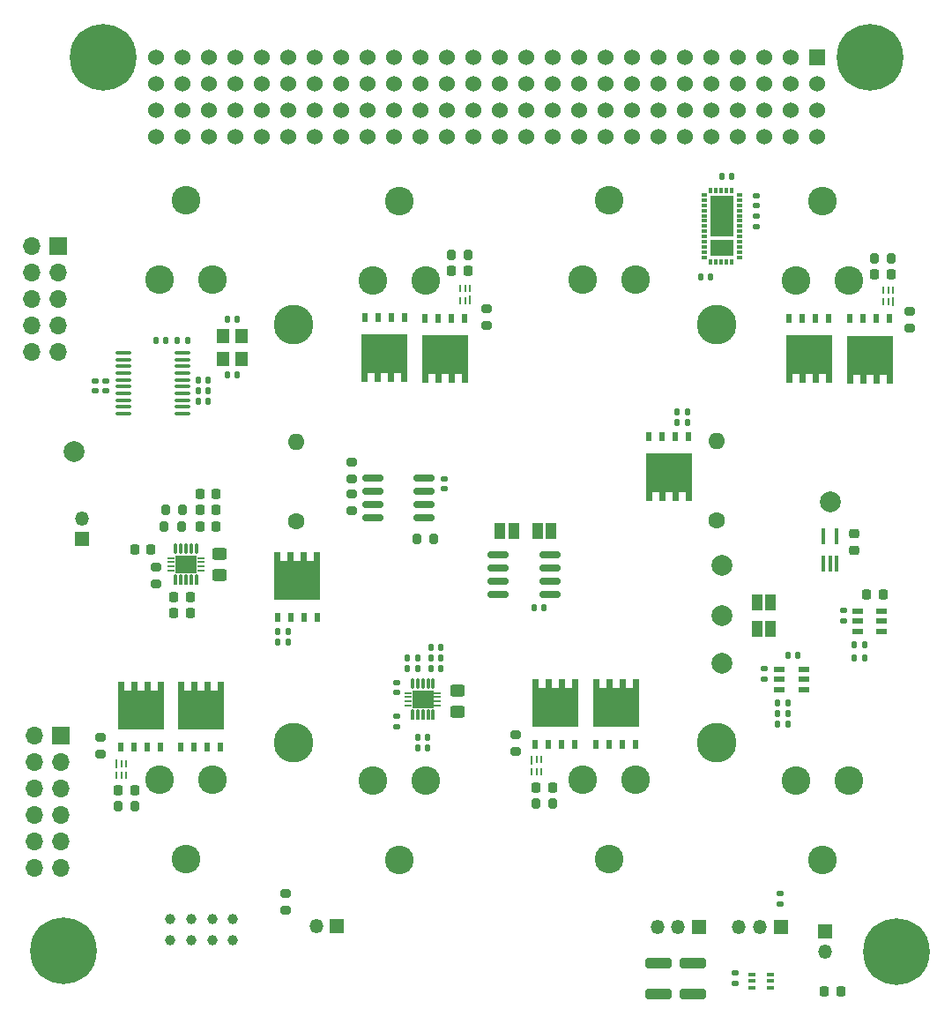
<source format=gbs>
G04 #@! TF.GenerationSoftware,KiCad,Pcbnew,(6.0.7)*
G04 #@! TF.CreationDate,2023-05-04T15:31:31-04:00*
G04 #@! TF.ProjectId,battery_board_v2,62617474-6572-4795-9f62-6f6172645f76,rev?*
G04 #@! TF.SameCoordinates,Original*
G04 #@! TF.FileFunction,Soldermask,Bot*
G04 #@! TF.FilePolarity,Negative*
%FSLAX46Y46*%
G04 Gerber Fmt 4.6, Leading zero omitted, Abs format (unit mm)*
G04 Created by KiCad (PCBNEW (6.0.7)) date 2023-05-04 15:31:31*
%MOMM*%
%LPD*%
G01*
G04 APERTURE LIST*
G04 Aperture macros list*
%AMRoundRect*
0 Rectangle with rounded corners*
0 $1 Rounding radius*
0 $2 $3 $4 $5 $6 $7 $8 $9 X,Y pos of 4 corners*
0 Add a 4 corners polygon primitive as box body*
4,1,4,$2,$3,$4,$5,$6,$7,$8,$9,$2,$3,0*
0 Add four circle primitives for the rounded corners*
1,1,$1+$1,$2,$3*
1,1,$1+$1,$4,$5*
1,1,$1+$1,$6,$7*
1,1,$1+$1,$8,$9*
0 Add four rect primitives between the rounded corners*
20,1,$1+$1,$2,$3,$4,$5,0*
20,1,$1+$1,$4,$5,$6,$7,0*
20,1,$1+$1,$6,$7,$8,$9,0*
20,1,$1+$1,$8,$9,$2,$3,0*%
%AMFreePoly0*
4,1,17,2.675000,1.605000,1.875000,1.605000,1.875000,0.935000,2.675000,0.935000,2.675000,0.335000,1.875000,0.335000,1.875000,-0.335000,2.675000,-0.335000,2.675000,-0.935000,1.875000,-0.935000,1.875000,-1.605000,2.675000,-1.605000,2.675000,-2.205000,-1.875000,-2.205000,-1.875000,2.205000,2.675000,2.205000,2.675000,1.605000,2.675000,1.605000,$1*%
G04 Aperture macros list end*
%ADD10C,1.524000*%
%ADD11R,1.524000X1.524000*%
%ADD12R,1.350000X1.350000*%
%ADD13O,1.350000X1.350000*%
%ADD14C,3.800000*%
%ADD15C,3.600000*%
%ADD16C,6.400000*%
%ADD17C,1.600000*%
%ADD18O,1.600000X1.600000*%
%ADD19R,1.700000X1.700000*%
%ADD20O,1.700000X1.700000*%
%ADD21C,2.745000*%
%ADD22C,1.000000*%
%ADD23RoundRect,0.225000X0.225000X0.250000X-0.225000X0.250000X-0.225000X-0.250000X0.225000X-0.250000X0*%
%ADD24RoundRect,0.200000X0.275000X-0.200000X0.275000X0.200000X-0.275000X0.200000X-0.275000X-0.200000X0*%
%ADD25R,1.200000X1.400000*%
%ADD26R,1.000000X1.500000*%
%ADD27O,0.420000X0.990000*%
%ADD28RoundRect,0.070000X0.140000X-0.140000X0.140000X0.140000X-0.140000X0.140000X-0.140000X-0.140000X0*%
%ADD29R,0.700000X0.250000*%
%ADD30R,0.600000X0.230000*%
%ADD31R,0.900000X0.650000*%
%ADD32C,0.600000*%
%ADD33R,2.150000X1.700000*%
%ADD34RoundRect,0.225000X-0.225000X-0.250000X0.225000X-0.250000X0.225000X0.250000X-0.225000X0.250000X0*%
%ADD35RoundRect,0.135000X-0.135000X-0.185000X0.135000X-0.185000X0.135000X0.185000X-0.135000X0.185000X0*%
%ADD36RoundRect,0.150000X-0.825000X-0.150000X0.825000X-0.150000X0.825000X0.150000X-0.825000X0.150000X0*%
%ADD37FreePoly0,90.000000*%
%ADD38R,0.500000X0.850000*%
%ADD39RoundRect,0.225000X0.250000X-0.225000X0.250000X0.225000X-0.250000X0.225000X-0.250000X-0.225000X0*%
%ADD40RoundRect,0.135000X-0.185000X0.135000X-0.185000X-0.135000X0.185000X-0.135000X0.185000X0.135000X0*%
%ADD41RoundRect,0.135000X0.135000X0.185000X-0.135000X0.185000X-0.135000X-0.185000X0.135000X-0.185000X0*%
%ADD42R,0.280000X0.850000*%
%ADD43R,0.280000X0.750000*%
%ADD44RoundRect,0.200000X-0.200000X-0.275000X0.200000X-0.275000X0.200000X0.275000X-0.200000X0.275000X0*%
%ADD45RoundRect,0.218750X0.218750X0.256250X-0.218750X0.256250X-0.218750X-0.256250X0.218750X-0.256250X0*%
%ADD46FreePoly0,270.000000*%
%ADD47RoundRect,0.200000X-0.275000X0.200000X-0.275000X-0.200000X0.275000X-0.200000X0.275000X0.200000X0*%
%ADD48RoundRect,0.140000X0.170000X-0.140000X0.170000X0.140000X-0.170000X0.140000X-0.170000X-0.140000X0*%
%ADD49RoundRect,0.250000X0.450000X-0.325000X0.450000X0.325000X-0.450000X0.325000X-0.450000X-0.325000X0*%
%ADD50RoundRect,0.140000X-0.140000X-0.170000X0.140000X-0.170000X0.140000X0.170000X-0.140000X0.170000X0*%
%ADD51RoundRect,0.135000X0.185000X-0.135000X0.185000X0.135000X-0.185000X0.135000X-0.185000X-0.135000X0*%
%ADD52C,2.000000*%
%ADD53R,0.400000X1.500000*%
%ADD54RoundRect,0.147500X-0.147500X-0.172500X0.147500X-0.172500X0.147500X0.172500X-0.147500X0.172500X0*%
%ADD55RoundRect,0.039900X0.455100X0.245100X-0.455100X0.245100X-0.455100X-0.245100X0.455100X-0.245100X0*%
%ADD56RoundRect,0.039900X-0.455100X-0.245100X0.455100X-0.245100X0.455100X0.245100X-0.455100X0.245100X0*%
%ADD57RoundRect,0.140000X0.140000X0.170000X-0.140000X0.170000X-0.140000X-0.170000X0.140000X-0.170000X0*%
%ADD58RoundRect,0.200000X0.200000X0.275000X-0.200000X0.275000X-0.200000X-0.275000X0.200000X-0.275000X0*%
%ADD59RoundRect,0.140000X-0.170000X0.140000X-0.170000X-0.140000X0.170000X-0.140000X0.170000X0.140000X0*%
%ADD60RoundRect,0.229494X-1.020506X0.269406X-1.020506X-0.269406X1.020506X-0.269406X1.020506X0.269406X0*%
%ADD61R,0.660000X0.300000*%
%ADD62RoundRect,0.100000X0.637500X0.100000X-0.637500X0.100000X-0.637500X-0.100000X0.637500X-0.100000X0*%
%ADD63RoundRect,0.009000X-0.244700X-0.141000X0.244700X-0.141000X0.244700X0.141000X-0.244700X0.141000X0*%
%ADD64RoundRect,0.009000X0.141000X-0.244700X0.141000X0.244700X-0.141000X0.244700X-0.141000X-0.244700X0*%
%ADD65RoundRect,0.050000X1.075000X-1.868000X1.075000X1.868000X-1.075000X1.868000X-1.075000X-1.868000X0*%
%ADD66RoundRect,0.050000X1.075000X-0.707000X1.075000X0.707000X-1.075000X0.707000X-1.075000X-0.707000X0*%
G04 APERTURE END LIST*
D10*
X123190000Y-59690000D03*
X123190000Y-57150000D03*
X125730000Y-59690000D03*
X125730000Y-57150000D03*
X128270000Y-59690000D03*
X128270000Y-57150000D03*
X130810000Y-59690000D03*
X130810000Y-57150000D03*
X133350000Y-59690000D03*
X133350000Y-57150000D03*
X135890000Y-59690000D03*
X135890000Y-57150000D03*
X138430000Y-59690000D03*
X138430000Y-57150000D03*
X140970000Y-59690000D03*
X140970000Y-57150000D03*
X143510000Y-59690000D03*
X143510000Y-57150000D03*
X146050000Y-59690000D03*
X146050000Y-57150000D03*
X148590000Y-59690000D03*
X148590000Y-57150000D03*
X151130000Y-59690000D03*
X151130000Y-57150000D03*
X153670000Y-59690000D03*
X153670000Y-57150000D03*
X156210000Y-59690000D03*
X156210000Y-57150000D03*
X158750000Y-59690000D03*
X158750000Y-57150000D03*
X161290000Y-59690000D03*
X161290000Y-57150000D03*
X163830000Y-59690000D03*
X163830000Y-57150000D03*
X166370000Y-59690000D03*
X166370000Y-57150000D03*
X168910000Y-59690000D03*
X168910000Y-57150000D03*
X171450000Y-59690000D03*
X171450000Y-57150000D03*
X173990000Y-59690000D03*
X173990000Y-57150000D03*
X176530000Y-59690000D03*
X176530000Y-57150000D03*
X179070000Y-59690000D03*
X179070000Y-57150000D03*
X181610000Y-59690000D03*
X181610000Y-57150000D03*
X184150000Y-59690000D03*
X184150000Y-57150000D03*
X186690000Y-59690000D03*
X186690000Y-57150000D03*
X123190000Y-54610000D03*
X123190000Y-52070000D03*
X125730000Y-54610000D03*
X125730000Y-52070000D03*
X128270000Y-54610000D03*
X128270000Y-52070000D03*
X130810000Y-54610000D03*
X130810000Y-52070000D03*
X133350000Y-54610000D03*
X133350000Y-52070000D03*
X135890000Y-54610000D03*
X135890000Y-52070000D03*
X138430000Y-54610000D03*
X138430000Y-52070000D03*
X140970000Y-54610000D03*
X140970000Y-52070000D03*
X143510000Y-54610000D03*
X143510000Y-52070000D03*
X146050000Y-54610000D03*
X146050000Y-52070000D03*
X148590000Y-54610000D03*
X148590000Y-52070000D03*
X151130000Y-54610000D03*
X151130000Y-52070000D03*
X153670000Y-54610000D03*
X153670000Y-52070000D03*
X156210000Y-54610000D03*
X156210000Y-52070000D03*
X158750000Y-54610000D03*
X158750000Y-52070000D03*
X161290000Y-54610000D03*
X161290000Y-52070000D03*
X163830000Y-54610000D03*
X163830000Y-52070000D03*
X166370000Y-54610000D03*
X166370000Y-52070000D03*
X168910000Y-54610000D03*
X168910000Y-52070000D03*
X171450000Y-54610000D03*
X171450000Y-52070000D03*
X173990000Y-54610000D03*
X173990000Y-52070000D03*
X176530000Y-54610000D03*
X176530000Y-52070000D03*
X179070000Y-54610000D03*
X179070000Y-52070000D03*
X181610000Y-54610000D03*
X181610000Y-52070000D03*
X184150000Y-54610000D03*
X184150000Y-52070000D03*
X186690000Y-54610000D03*
D11*
X186690000Y-52070000D03*
D12*
X187452000Y-135906000D03*
D13*
X187452000Y-137906000D03*
D12*
X183225000Y-135475000D03*
D13*
X181225000Y-135475000D03*
X179225000Y-135475000D03*
D14*
X177038000Y-77724000D03*
D15*
X194310000Y-137922000D03*
D16*
X194310000Y-137922000D03*
D17*
X177038000Y-96520000D03*
D18*
X177038000Y-88900000D03*
D16*
X114300000Y-137795000D03*
D15*
X114300000Y-137795000D03*
D12*
X116078000Y-98298000D03*
D13*
X116078000Y-96298000D03*
D12*
X175375000Y-135525000D03*
D13*
X173375000Y-135525000D03*
X171375000Y-135525000D03*
D19*
X114066000Y-117119000D03*
D20*
X111526000Y-117119000D03*
X114066000Y-119659000D03*
X111526000Y-119659000D03*
X114066000Y-122199000D03*
X111526000Y-122199000D03*
X114066000Y-124739000D03*
X111526000Y-124739000D03*
X114066000Y-127279000D03*
X111526000Y-127279000D03*
X114066000Y-129819000D03*
X111526000Y-129819000D03*
D15*
X118110000Y-52070000D03*
D16*
X118110000Y-52070000D03*
D14*
X136398000Y-117856000D03*
D21*
X164211000Y-73406000D03*
X169291000Y-73406000D03*
X166751000Y-65786000D03*
X166751000Y-129032000D03*
X169291000Y-121406000D03*
X164211000Y-121406000D03*
D22*
X130618000Y-134748000D03*
X128618000Y-134748000D03*
X126618000Y-134748000D03*
X124618000Y-134748000D03*
X130618000Y-136748000D03*
X128618000Y-136748000D03*
X126618000Y-136748000D03*
X124618000Y-136748000D03*
D21*
X184658000Y-121444000D03*
X187198000Y-129064000D03*
X189738000Y-121444000D03*
X184658000Y-73444000D03*
X189738000Y-73444000D03*
X187198000Y-65818000D03*
D12*
X140600000Y-135450000D03*
D13*
X138600000Y-135450000D03*
D17*
X136652000Y-96577000D03*
D18*
X136652000Y-88957000D03*
D14*
X136398000Y-77724000D03*
D21*
X144018000Y-121444000D03*
X149098000Y-121444000D03*
X146558000Y-129064000D03*
X149098000Y-73444000D03*
X144018000Y-73444000D03*
X146558000Y-65818000D03*
D14*
X177038000Y-117856000D03*
D21*
X123571000Y-73406000D03*
X128651000Y-73406000D03*
X126111000Y-65786000D03*
X123571000Y-121406000D03*
X128651000Y-121406000D03*
X126111000Y-129032000D03*
D15*
X191770000Y-52070000D03*
D16*
X191770000Y-52070000D03*
D19*
X113812000Y-70134000D03*
D20*
X111272000Y-70134000D03*
X113812000Y-72674000D03*
X111272000Y-72674000D03*
X113812000Y-75214000D03*
X111272000Y-75214000D03*
X113812000Y-77754000D03*
X111272000Y-77754000D03*
X113812000Y-80294000D03*
X111272000Y-80294000D03*
D23*
X161303000Y-122174000D03*
X159753000Y-122174000D03*
D24*
X141986000Y-92519000D03*
X141986000Y-90869000D03*
D25*
X131406000Y-78826000D03*
X131406000Y-81026000D03*
X129706000Y-81026000D03*
X129706000Y-78826000D03*
D26*
X156270000Y-97536000D03*
X157570000Y-97536000D03*
D27*
X149850000Y-115125000D03*
D28*
X149850000Y-115410000D03*
X149350000Y-115410000D03*
D27*
X149350000Y-115125000D03*
X148850000Y-115125000D03*
D28*
X148850000Y-115410000D03*
X148350000Y-115410000D03*
D27*
X148350000Y-115125000D03*
D28*
X147850000Y-115410000D03*
D27*
X147850000Y-115125000D03*
D28*
X147850000Y-111890000D03*
D27*
X147850000Y-112175000D03*
D28*
X148350000Y-111890000D03*
D27*
X148350000Y-112175000D03*
D28*
X148850000Y-111890000D03*
D27*
X148850000Y-112175000D03*
X149350000Y-112175000D03*
D28*
X149350000Y-111890000D03*
X149850000Y-111890000D03*
D27*
X149850000Y-112175000D03*
D29*
X147425000Y-113850000D03*
D30*
X150275000Y-113050000D03*
D31*
X149410000Y-113215000D03*
D30*
X147425000Y-113050000D03*
X147425000Y-114250000D03*
X147425000Y-113450000D03*
D32*
X149350000Y-113150000D03*
D29*
X147425000Y-114250000D03*
D31*
X149410000Y-114085000D03*
D29*
X150275000Y-114250000D03*
X150275000Y-113850000D03*
D32*
X148850000Y-113650000D03*
X148350000Y-114150000D03*
D29*
X150275000Y-113050000D03*
D30*
X150275000Y-113850000D03*
D29*
X147425000Y-113050000D03*
D32*
X148350000Y-113150000D03*
D30*
X147425000Y-113850000D03*
X150275000Y-114250000D03*
D33*
X148850000Y-113650000D03*
D32*
X149350000Y-114150000D03*
D31*
X148290000Y-114085000D03*
D29*
X147425000Y-113450000D03*
X150275000Y-113450000D03*
D31*
X148290000Y-113215000D03*
D30*
X150275000Y-113450000D03*
D34*
X127425000Y-95504000D03*
X128975000Y-95504000D03*
D35*
X147318000Y-110744000D03*
X148338000Y-110744000D03*
D36*
X144060000Y-96266000D03*
X144060000Y-94996000D03*
X144060000Y-93726000D03*
X144060000Y-92456000D03*
X149010000Y-92456000D03*
X149010000Y-93726000D03*
X149010000Y-94996000D03*
X149010000Y-96266000D03*
D37*
X161544000Y-114412000D03*
D38*
X163449000Y-117962000D03*
X162179000Y-117962000D03*
X160909000Y-117962000D03*
X159639000Y-117962000D03*
D39*
X190246000Y-99327000D03*
X190246000Y-97777000D03*
D40*
X189230000Y-105154000D03*
X189230000Y-106174000D03*
X181610000Y-110742000D03*
X181610000Y-111762000D03*
D35*
X190244000Y-109728000D03*
X191264000Y-109728000D03*
D41*
X183898000Y-114046000D03*
X182878000Y-114046000D03*
D42*
X153408000Y-75307000D03*
D43*
X152908000Y-75357000D03*
X152408000Y-75357000D03*
X152408000Y-74207000D03*
X152908000Y-74207000D03*
X153408000Y-74207000D03*
D44*
X192215000Y-71374000D03*
X193865000Y-71374000D03*
D45*
X189001500Y-141732000D03*
X187426500Y-141732000D03*
D46*
X150964000Y-80606000D03*
D38*
X149059000Y-77056000D03*
X150329000Y-77056000D03*
X151599000Y-77056000D03*
X152869000Y-77056000D03*
D35*
X173226000Y-86106000D03*
X174246000Y-86106000D03*
D47*
X154940000Y-76137000D03*
X154940000Y-77787000D03*
D48*
X150876000Y-93444000D03*
X150876000Y-92484000D03*
D46*
X145200000Y-80518000D03*
D38*
X143295000Y-76968000D03*
X144565000Y-76968000D03*
X145835000Y-76968000D03*
X147105000Y-76968000D03*
D42*
X119388000Y-119871000D03*
D43*
X119888000Y-119821000D03*
X120388000Y-119821000D03*
X120388000Y-120971000D03*
X119888000Y-120971000D03*
X119388000Y-120971000D03*
D35*
X182878000Y-115062000D03*
X183898000Y-115062000D03*
D41*
X183898000Y-116078000D03*
X182878000Y-116078000D03*
D49*
X152146000Y-114830000D03*
X152146000Y-112780000D03*
D50*
X149634000Y-110744000D03*
X150594000Y-110744000D03*
D51*
X146304000Y-116334000D03*
X146304000Y-115314000D03*
D47*
X195580000Y-76391000D03*
X195580000Y-78041000D03*
D52*
X177546000Y-100838000D03*
X177546000Y-110236000D03*
D53*
X188610000Y-100644000D03*
X187960000Y-100644000D03*
X187310000Y-100644000D03*
X187310000Y-97984000D03*
X188610000Y-97984000D03*
D41*
X135892000Y-107188000D03*
X134872000Y-107188000D03*
D54*
X127254000Y-84074000D03*
X128224000Y-84074000D03*
D55*
X185420000Y-110810000D03*
X185420000Y-111760000D03*
X185420000Y-112710000D03*
D56*
X183100000Y-112710000D03*
X183100000Y-111760000D03*
X183100000Y-110810000D03*
D37*
X167386000Y-114412000D03*
D38*
X169291000Y-117962000D03*
X168021000Y-117962000D03*
X166751000Y-117962000D03*
X165481000Y-117962000D03*
D41*
X148338000Y-109728000D03*
X147318000Y-109728000D03*
X191264000Y-108458000D03*
X190244000Y-108458000D03*
D37*
X136818000Y-102274000D03*
D38*
X138723000Y-105824000D03*
X137453000Y-105824000D03*
X136183000Y-105824000D03*
X134913000Y-105824000D03*
D34*
X127425000Y-93980000D03*
X128975000Y-93980000D03*
D23*
X126492000Y-105410000D03*
X124942000Y-105410000D03*
D37*
X127508000Y-114720000D03*
D38*
X129413000Y-118270000D03*
X128143000Y-118270000D03*
X126873000Y-118270000D03*
X125603000Y-118270000D03*
D23*
X122725000Y-99250000D03*
X121175000Y-99250000D03*
D57*
X176502000Y-73152000D03*
X175542000Y-73152000D03*
D58*
X121221000Y-123952000D03*
X119571000Y-123952000D03*
D41*
X135892000Y-108204000D03*
X134872000Y-108204000D03*
D50*
X130076000Y-82550000D03*
X131036000Y-82550000D03*
D35*
X173226000Y-87122000D03*
X174246000Y-87122000D03*
D59*
X117348000Y-83086000D03*
X117348000Y-84046000D03*
D47*
X123220000Y-100935000D03*
X123220000Y-102585000D03*
D37*
X121754000Y-114720000D03*
D38*
X123659000Y-118270000D03*
X122389000Y-118270000D03*
X121119000Y-118270000D03*
X119849000Y-118270000D03*
D52*
X177546000Y-105664000D03*
D48*
X180848000Y-66266000D03*
X180848000Y-65306000D03*
D58*
X125675000Y-97100000D03*
X124025000Y-97100000D03*
D44*
X151575000Y-70972000D03*
X153225000Y-70972000D03*
D60*
X171450000Y-138962000D03*
X171450000Y-141962000D03*
D58*
X149923000Y-98298000D03*
X148273000Y-98298000D03*
D51*
X180848000Y-68328000D03*
X180848000Y-67308000D03*
D35*
X125220000Y-79248000D03*
X126240000Y-79248000D03*
D51*
X178816000Y-140972000D03*
X178816000Y-139952000D03*
D61*
X182276000Y-140066000D03*
X182276000Y-140716000D03*
X182276000Y-141366000D03*
X180436000Y-141366000D03*
X180436000Y-140716000D03*
X180436000Y-140066000D03*
D52*
X187960000Y-94742000D03*
D34*
X192265000Y-72898000D03*
X193815000Y-72898000D03*
D50*
X127259000Y-83058000D03*
X128219000Y-83058000D03*
D46*
X185928000Y-80606000D03*
D38*
X184023000Y-77056000D03*
X185293000Y-77056000D03*
X186563000Y-77056000D03*
X187833000Y-77056000D03*
D60*
X174752000Y-138986000D03*
X174752000Y-141986000D03*
D24*
X117856000Y-118935000D03*
X117856000Y-117285000D03*
D34*
X151625000Y-72496000D03*
X153175000Y-72496000D03*
D51*
X183134000Y-133352000D03*
X183134000Y-132332000D03*
D34*
X127425000Y-97050000D03*
X128975000Y-97050000D03*
D50*
X123218000Y-79248000D03*
X124178000Y-79248000D03*
D47*
X141986000Y-93917000D03*
X141986000Y-95567000D03*
D46*
X191770000Y-80660000D03*
D38*
X189865000Y-77110000D03*
X191135000Y-77110000D03*
X192405000Y-77110000D03*
X193675000Y-77110000D03*
D42*
X159266000Y-119505000D03*
D43*
X159766000Y-119455000D03*
X160266000Y-119455000D03*
X160266000Y-120605000D03*
X159766000Y-120605000D03*
X159266000Y-120605000D03*
D26*
X159878000Y-97536000D03*
X161178000Y-97536000D03*
D24*
X135636000Y-133921000D03*
X135636000Y-132271000D03*
D23*
X126492000Y-103886000D03*
X124942000Y-103886000D03*
D46*
X172466000Y-91948000D03*
D38*
X170561000Y-88398000D03*
X171831000Y-88398000D03*
X173101000Y-88398000D03*
X174371000Y-88398000D03*
D58*
X161353000Y-123698000D03*
X159703000Y-123698000D03*
D44*
X124143000Y-95504000D03*
X125793000Y-95504000D03*
D57*
X149324000Y-117348000D03*
X148364000Y-117348000D03*
D24*
X157734000Y-118681000D03*
X157734000Y-117031000D03*
D62*
X125798500Y-80387000D03*
X125798500Y-81037000D03*
X125798500Y-81687000D03*
X125798500Y-82337000D03*
X125798500Y-82987000D03*
X125798500Y-83637000D03*
X125798500Y-84287000D03*
X125798500Y-84937000D03*
X125798500Y-85587000D03*
X125798500Y-86237000D03*
X120073500Y-86237000D03*
X120073500Y-85587000D03*
X120073500Y-84937000D03*
X120073500Y-84287000D03*
X120073500Y-83637000D03*
X120073500Y-82987000D03*
X120073500Y-82337000D03*
X120073500Y-81687000D03*
X120073500Y-81037000D03*
X120073500Y-80387000D03*
D57*
X131036000Y-77216000D03*
X130076000Y-77216000D03*
D42*
X194048000Y-75455000D03*
D43*
X193548000Y-75505000D03*
X193048000Y-75505000D03*
X193048000Y-74355000D03*
X193548000Y-74355000D03*
X194048000Y-74355000D03*
D59*
X118364000Y-83086000D03*
X118364000Y-84046000D03*
D50*
X149606000Y-109728000D03*
X150566000Y-109728000D03*
D34*
X191503000Y-103632000D03*
X193053000Y-103632000D03*
D50*
X183924000Y-109474000D03*
X184884000Y-109474000D03*
D49*
X129320000Y-101755000D03*
X129320000Y-99705000D03*
D36*
X156086000Y-103632000D03*
X156086000Y-102362000D03*
X156086000Y-101092000D03*
X156086000Y-99822000D03*
X161036000Y-99822000D03*
X161036000Y-101092000D03*
X161036000Y-102362000D03*
X161036000Y-103632000D03*
D26*
X182258000Y-104328000D03*
X180958000Y-104328000D03*
D59*
X146304000Y-112042000D03*
X146304000Y-113002000D03*
D57*
X160500000Y-104902000D03*
X159540000Y-104902000D03*
X128219000Y-85090000D03*
X127259000Y-85090000D03*
X178534000Y-63500000D03*
X177574000Y-63500000D03*
D63*
X175895000Y-71218200D03*
X175895000Y-70716200D03*
X175895000Y-70216200D03*
X175895000Y-69716200D03*
X175895000Y-69215000D03*
X175895000Y-68713000D03*
X175895000Y-68213000D03*
X175895000Y-67713000D03*
X175895000Y-67255800D03*
X175895000Y-66753800D03*
X175895000Y-66253800D03*
X175895000Y-65753800D03*
X175895000Y-65252600D03*
D64*
X176504600Y-64846200D03*
X177004600Y-64846200D03*
X177504600Y-64846200D03*
X178028600Y-64846200D03*
X178528600Y-64846200D03*
D63*
X179247800Y-65252600D03*
X179247800Y-65753800D03*
X179247800Y-66253800D03*
X179247800Y-66753800D03*
X179247800Y-67255800D03*
X179247800Y-67713000D03*
X179247800Y-68213000D03*
X179247800Y-68713000D03*
X179247800Y-69215000D03*
X179247800Y-69716200D03*
X179247800Y-70216200D03*
X179247800Y-70716200D03*
X179247800Y-71218200D03*
D64*
X178528600Y-71653400D03*
X178028600Y-71653400D03*
X177504600Y-71653400D03*
X177004600Y-71653400D03*
X176504600Y-71653400D03*
D65*
X177571400Y-67284600D03*
D66*
X177571400Y-70332600D03*
D52*
X115316000Y-89916000D03*
D27*
X127100000Y-102175000D03*
D28*
X127100000Y-102460000D03*
X126600000Y-102460000D03*
D27*
X126600000Y-102175000D03*
D28*
X126100000Y-102460000D03*
D27*
X126100000Y-102175000D03*
D28*
X125600000Y-102460000D03*
D27*
X125600000Y-102175000D03*
D28*
X125100000Y-102460000D03*
D27*
X125100000Y-102175000D03*
D28*
X125100000Y-98940000D03*
D27*
X125100000Y-99225000D03*
D28*
X125600000Y-98940000D03*
D27*
X125600000Y-99225000D03*
D28*
X126100000Y-98940000D03*
D27*
X126100000Y-99225000D03*
D28*
X126600000Y-98940000D03*
D27*
X126600000Y-99225000D03*
X127100000Y-99225000D03*
D28*
X127100000Y-98940000D03*
D29*
X124675000Y-100500000D03*
X127525000Y-100900000D03*
D30*
X124675000Y-100100000D03*
D32*
X126100000Y-100700000D03*
D30*
X124675000Y-100900000D03*
D32*
X125600000Y-101200000D03*
D31*
X125540000Y-101135000D03*
D30*
X127525000Y-100100000D03*
D32*
X125600000Y-100200000D03*
D31*
X126660000Y-101135000D03*
D30*
X124675000Y-101300000D03*
D32*
X126600000Y-100200000D03*
X126600000Y-101200000D03*
D29*
X127525000Y-101300000D03*
D30*
X127525000Y-101300000D03*
D29*
X124675000Y-100100000D03*
X127525000Y-100500000D03*
D31*
X126660000Y-100265000D03*
D33*
X126100000Y-100700000D03*
D29*
X127525000Y-100100000D03*
D30*
X127525000Y-100900000D03*
X127525000Y-100500000D03*
D31*
X125540000Y-100265000D03*
D29*
X124675000Y-100900000D03*
D30*
X124675000Y-100500000D03*
D29*
X124675000Y-101300000D03*
D26*
X182258000Y-106868000D03*
X180958000Y-106868000D03*
D55*
X192930000Y-105222000D03*
X192930000Y-106172000D03*
X192930000Y-107122000D03*
D56*
X190610000Y-107122000D03*
X190610000Y-106172000D03*
X190610000Y-105222000D03*
D23*
X121171000Y-122428000D03*
X119621000Y-122428000D03*
D50*
X149606000Y-108712000D03*
X150566000Y-108712000D03*
D57*
X149324000Y-118364000D03*
X148364000Y-118364000D03*
M02*

</source>
